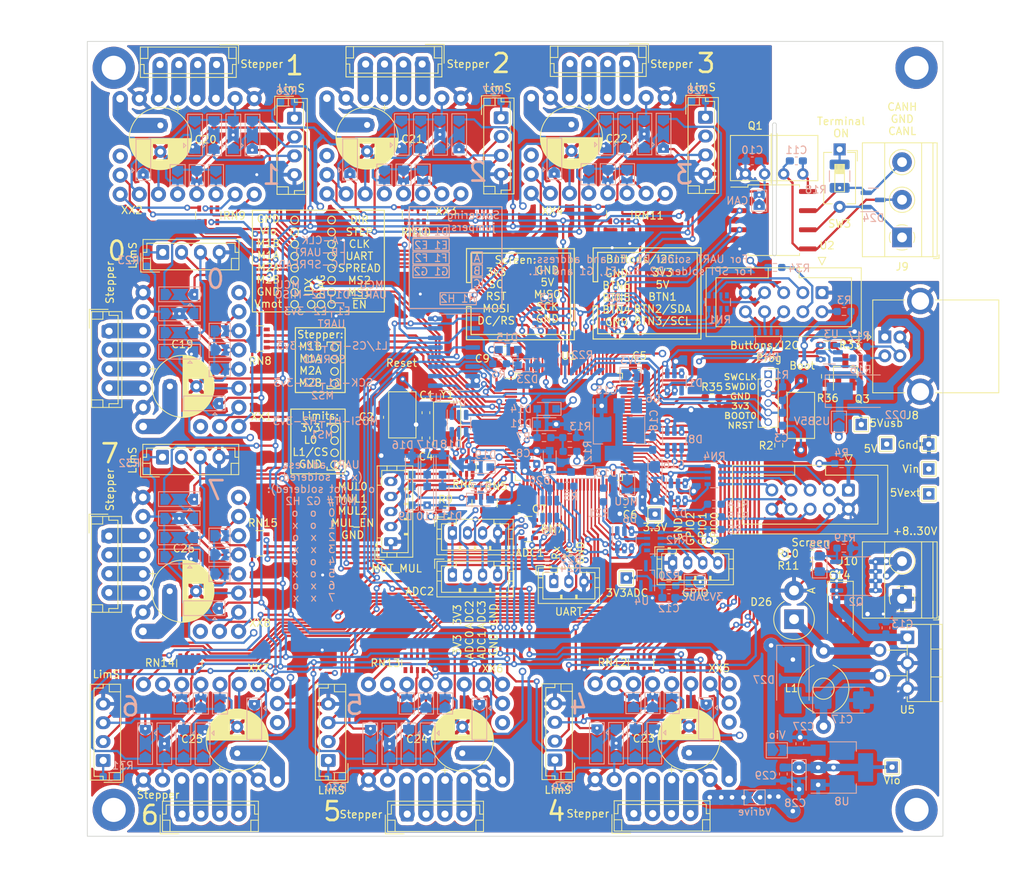
<source format=kicad_pcb>
(kicad_pcb (version 20211014) (generator pcbnew)

  (general
    (thickness 4.69)
  )

  (paper "A4")
  (layers
    (0 "F.Cu" signal)
    (1 "In1.Cu" power "Ground.Cu")
    (2 "In2.Cu" power "Power.Cu")
    (31 "B.Cu" signal)
    (32 "B.Adhes" user "B.Adhesive")
    (33 "F.Adhes" user "F.Adhesive")
    (34 "B.Paste" user)
    (35 "F.Paste" user)
    (36 "B.SilkS" user "B.Silkscreen")
    (37 "F.SilkS" user "F.Silkscreen")
    (38 "B.Mask" user)
    (39 "F.Mask" user)
    (40 "Dwgs.User" user "User.Drawings")
    (41 "Cmts.User" user "User.Comments")
    (42 "Eco1.User" user "User.Eco1")
    (43 "Eco2.User" user "User.Eco2")
    (44 "Edge.Cuts" user)
    (45 "Margin" user)
    (46 "B.CrtYd" user "B.Courtyard")
    (47 "F.CrtYd" user "F.Courtyard")
    (48 "B.Fab" user)
    (49 "F.Fab" user)
    (50 "User.1" user)
    (51 "User.2" user)
    (52 "User.3" user)
    (53 "User.4" user)
    (54 "User.5" user)
    (55 "User.6" user)
    (56 "User.7" user)
    (57 "User.8" user)
    (58 "User.9" user)
  )

  (setup
    (stackup
      (layer "F.SilkS" (type "Top Silk Screen"))
      (layer "F.Paste" (type "Top Solder Paste"))
      (layer "F.Mask" (type "Top Solder Mask") (thickness 0.01))
      (layer "F.Cu" (type "copper") (thickness 0.035))
      (layer "dielectric 1" (type "core") (thickness 1.51) (material "FR4") (epsilon_r 4.5) (loss_tangent 0.02))
      (layer "In1.Cu" (type "copper") (thickness 0.035))
      (layer "dielectric 2" (type "prepreg") (thickness 1.51) (material "FR4") (epsilon_r 4.5) (loss_tangent 0.02))
      (layer "In2.Cu" (type "copper") (thickness 0.035))
      (layer "dielectric 3" (type "core") (thickness 1.51) (material "FR4") (epsilon_r 4.5) (loss_tangent 0.02))
      (layer "B.Cu" (type "copper") (thickness 0.035))
      (layer "B.Mask" (type "Bottom Solder Mask") (thickness 0.01))
      (layer "B.Paste" (type "Bottom Solder Paste"))
      (layer "B.SilkS" (type "Bottom Silk Screen"))
      (copper_finish "None")
      (dielectric_constraints no)
    )
    (pad_to_mask_clearance 0)
    (pcbplotparams
      (layerselection 0x00010fc_ffffffff)
      (disableapertmacros false)
      (usegerberextensions false)
      (usegerberattributes true)
      (usegerberadvancedattributes true)
      (creategerberjobfile true)
      (svguseinch false)
      (svgprecision 6)
      (excludeedgelayer true)
      (plotframeref false)
      (viasonmask false)
      (mode 1)
      (useauxorigin false)
      (hpglpennumber 1)
      (hpglpenspeed 20)
      (hpglpendiameter 15.000000)
      (dxfpolygonmode true)
      (dxfimperialunits true)
      (dxfusepcbnewfont true)
      (psnegative false)
      (psa4output false)
      (plotreference true)
      (plotvalue true)
      (plotinvisibletext false)
      (sketchpadsonfab false)
      (subtractmaskfromsilk false)
      (outputformat 1)
      (mirror false)
      (drillshape 0)
      (scaleselection 1)
      (outputdirectory "gerbers/")
    )
  )

  (net 0 "")
  (net 1 "/MCU base/OSC_IN")
  (net 2 "GND")
  (net 3 "/MCU base/NRST")
  (net 4 "/MCU base/BOOT0")
  (net 5 "+3V3")
  (net 6 "/MCU base/OSC_OUT")
  (net 7 "unconnected-(D1-Pad4)")
  (net 8 "/MCU base/BTN1")
  (net 9 "/MCU base/BTN2_SDA")
  (net 10 "/MCU base/SWDIO")
  (net 11 "/MCU base/BTN3_SCL")
  (net 12 "/MCU base/SWCLK")
  (net 13 "M4_L0")
  (net 14 "M4_L1")
  (net 15 "/MCU base/BTN4")
  (net 16 "/MCU base/BTN5")
  (net 17 "/MCU base/BTN6")
  (net 18 "M3_L1")
  (net 19 "M3_L0")
  (net 20 "M2_L1")
  (net 21 "M2_L0")
  (net 22 "M1_L0")
  (net 23 "M1_L1")
  (net 24 "/MCU base/SCRN_DCRS")
  (net 25 "/MCU base/SCRN_SCK")
  (net 26 "/MCU base/SCRN_MISO")
  (net 27 "/MCU base/SCRN_MOSI")
  (net 28 "/MCU base/SCRN_RST")
  (net 29 "/MCU base/SCRN_CS")
  (net 30 "M6_L1")
  (net 31 "M6_L0")
  (net 32 "M5_L1")
  (net 33 "M5_L0")
  (net 34 "/MCU base/A0")
  (net 35 "/MCU base/A1")
  (net 36 "/MCU base/A2")
  (net 37 "/MCU base/A3")
  (net 38 "/MCU base/A4")
  (net 39 "/MCU base/A5")
  (net 40 "Net-(J1-Pad4)")
  (net 41 "Net-(J2-Pad2)")
  (net 42 "Net-(J2-Pad3)")
  (net 43 "Net-(J2-Pad5)")
  (net 44 "Net-(J2-Pad6)")
  (net 45 "Net-(J2-Pad7)")
  (net 46 "Net-(J2-Pad8)")
  (net 47 "ADC2")
  (net 48 "ADC3")
  (net 49 "ADC4")
  (net 50 "ADC5")
  (net 51 "+5V")
  (net 52 "ADC0")
  (net 53 "Vdrive")
  (net 54 "ADC1")
  (net 55 "unconnected-(RN1-Pad4)")
  (net 56 "unconnected-(RN1-Pad5)")
  (net 57 "MUL0")
  (net 58 "MUL1")
  (net 59 "MUL2")
  (net 60 "MUL_EN")
  (net 61 "M1_EN")
  (net 62 "M1_DIR")
  (net 63 "M1_STEP")
  (net 64 "+3.3VADC")
  (net 65 "TMC_SCK")
  (net 66 "TMC_MISO")
  (net 67 "TMC_MOSI")
  (net 68 "USART3_TX")
  (net 69 "M6_STEP")
  (net 70 "M6_DIR")
  (net 71 "M6_EN")
  (net 72 "M5_STEP")
  (net 73 "M5_DIR")
  (net 74 "M5_EN")
  (net 75 "USB_DM")
  (net 76 "USB_DP")
  (net 77 "M4_STEP")
  (net 78 "M4_EN")
  (net 79 "M4_DIR")
  (net 80 "CAN_RX")
  (net 81 "CAN_TX")
  (net 82 "USART2_TX")
  (net 83 "M3_DIR")
  (net 84 "M3_STEP")
  (net 85 "M3_EN")
  (net 86 "M2_STEP")
  (net 87 "M2_DIR")
  (net 88 "M2_EN")
  (net 89 "Net-(J2-Pad10)")
  (net 90 "Net-(C10-Pad1)")
  (net 91 "/MCU base/MOT_MUL0")
  (net 92 "/MCU base/MOT_MUL1")
  (net 93 "/MCU base/MOT_MUL2")
  (net 94 "/MCU base/MOT_MUL_EN")
  (net 95 "Net-(J6-Pad2)")
  (net 96 "Net-(J6-Pad3)")
  (net 97 "Net-(J6-Pad4)")
  (net 98 "Net-(J6-Pad5)")
  (net 99 "Net-(C11-Pad1)")
  (net 100 "Earth")
  (net 101 "Net-(C15-Pad1)")
  (net 102 "Net-(C17-Pad1)")
  (net 103 "Net-(D22-Pad1)")
  (net 104 "/VB")
  (net 105 "Net-(J3-Pad8)")
  (net 106 "/MCU base/OUT1")
  (net 107 "/MCU base/OUT0")
  (net 108 "/MCU base/OUT2")
  (net 109 "Net-(J7-Pad2)")
  (net 110 "Net-(J7-Pad3)")
  (net 111 "unconnected-(RN2-Pad4)")
  (net 112 "unconnected-(RN2-Pad5)")
  (net 113 "Net-(J7-Pad4)")
  (net 114 "/CANL")
  (net 115 "/CANH")
  (net 116 "Net-(D25-Pad2)")
  (net 117 "Net-(D26-Pad1)")
  (net 118 "Net-(J3-Pad1)")
  (net 119 "Net-(J3-Pad3)")
  (net 120 "Net-(J3-Pad4)")
  (net 121 "Net-(J3-Pad5)")
  (net 122 "Net-(J3-Pad6)")
  (net 123 "Net-(J3-Pad7)")
  (net 124 "Net-(J3-Pad9)")
  (net 125 "Net-(J4-Pad1)")
  (net 126 "Net-(J8-Pad2)")
  (net 127 "Net-(J8-Pad3)")
  (net 128 "Net-(J10-Pad2)")
  (net 129 "Net-(JP4-Pad2)")
  (net 130 "/Motors/Vm")
  (net 131 "/Motors/USART0-3")
  (net 132 "/Motors/MOSI")
  (net 133 "Net-(JP8-Pad1)")
  (net 134 "/Motors/SCK")
  (net 135 "Net-(JP13-Pad1)")
  (net 136 "/Motors/MISO")
  (net 137 "unconnected-(RN8-Pad8)")
  (net 138 "unconnected-(RN8-Pad1)")
  (net 139 "Net-(R16-Pad2)")
  (net 140 "Net-(R17-Pad2)")
  (net 141 "Net-(R18-Pad1)")
  (net 142 "/Motors/USART4-7")
  (net 143 "/Motors/DIAG4")
  (net 144 "/Motors/DIAG6")
  (net 145 "/Motors/DIAG7")
  (net 146 "/Motors/DIAG5")
  (net 147 "/Motors/DIAG3")
  (net 148 "/Motors/DIAG0")
  (net 149 "/Motors/DIAG1")
  (net 150 "/Motors/DIAG2")
  (net 151 "unconnected-(XX1-Pad18)")
  (net 152 "/Motors/stepper_M1/U")
  (net 153 "Net-(J11-Pad1)")
  (net 154 "/Motors/stepper_M1/~{ENx}")
  (net 155 "/Motors/stepper_M1/STEPx")
  (net 156 "/Motors/stepper_M1/DIRx")
  (net 157 "/MCU base/USART1_RX")
  (net 158 "/Motors/stepper_M1/MS1")
  (net 159 "/Motors/stepper_M1/MS2")
  (net 160 "/Motors/stepper_M1/SPR")
  (net 161 "/Motors/stepper_M1/CLK")
  (net 162 "/MCU base/USART1_TX")
  (net 163 "Net-(J13-Pad2)")
  (net 164 "Net-(J13-Pad1)")
  (net 165 "M0_L1")
  (net 166 "M0_L0")
  (net 167 "Net-(J12-Pad4)")
  (net 168 "Net-(J12-Pad3)")
  (net 169 "Net-(J12-Pad2)")
  (net 170 "Net-(J12-Pad1)")
  (net 171 "M0_STEP")
  (net 172 "M0_DIR")
  (net 173 "M0_EN")
  (net 174 "M7_L0")
  (net 175 "M7_L1")
  (net 176 "M7_DIR")
  (net 177 "M7_EN")
  (net 178 "M7_STEP")
  (net 179 "MCU3v3")
  (net 180 "unconnected-(RN7-Pad5)")
  (net 181 "unconnected-(RN7-Pad4)")
  (net 182 "Net-(J14-Pad1)")
  (net 183 "Net-(J15-Pad1)")
  (net 184 "Net-(J15-Pad2)")
  (net 185 "Net-(J15-Pad3)")
  (net 186 "Net-(J15-Pad4)")
  (net 187 "Net-(JP16-Pad1)")
  (net 188 "/Motors/stepper_M2/U")
  (net 189 "/Motors/stepper_M2/MS1")
  (net 190 "/Motors/stepper_M2/MS2")
  (net 191 "/Motors/stepper_M2/SPR")
  (net 192 "Net-(JP21-Pad1)")
  (net 193 "/Motors/stepper_M2/CLK")
  (net 194 "/Motors/stepper_M2/DIRx")
  (net 195 "/Motors/stepper_M2/STEPx")
  (net 196 "/Motors/stepper_M2/~{ENx}")
  (net 197 "unconnected-(RN9-Pad1)")
  (net 198 "unconnected-(RN9-Pad8)")
  (net 199 "unconnected-(XX2-Pad18)")
  (net 200 "Net-(J16-Pad1)")
  (net 201 "Net-(J17-Pad1)")
  (net 202 "Net-(J17-Pad2)")
  (net 203 "Net-(J17-Pad3)")
  (net 204 "Net-(J17-Pad4)")
  (net 205 "Net-(JP24-Pad1)")
  (net 206 "/Motors/stepper_M3/U")
  (net 207 "/Motors/stepper_M3/MS1")
  (net 208 "/Motors/stepper_M3/MS2")
  (net 209 "/Motors/stepper_M3/SPR")
  (net 210 "Net-(JP29-Pad1)")
  (net 211 "/Motors/stepper_M3/CLK")
  (net 212 "unconnected-(RN10-Pad1)")
  (net 213 "/Motors/stepper_M3/DIRx")
  (net 214 "/Motors/stepper_M3/STEPx")
  (net 215 "/Motors/stepper_M3/~{ENx}")
  (net 216 "unconnected-(RN10-Pad8)")
  (net 217 "unconnected-(XX3-Pad18)")
  (net 218 "Net-(J18-Pad1)")
  (net 219 "Net-(J19-Pad1)")
  (net 220 "Net-(J19-Pad2)")
  (net 221 "Net-(J19-Pad3)")
  (net 222 "Net-(J19-Pad4)")
  (net 223 "Net-(JP32-Pad1)")
  (net 224 "/Motors/stepper_M4/U")
  (net 225 "/Motors/stepper_M4/MS1")
  (net 226 "/Motors/stepper_M4/MS2")
  (net 227 "/Motors/stepper_M4/SPR")
  (net 228 "Net-(JP37-Pad1)")
  (net 229 "/Motors/stepper_M4/CLK")
  (net 230 "unconnected-(RN11-Pad1)")
  (net 231 "/Motors/stepper_M4/DIRx")
  (net 232 "/Motors/stepper_M4/STEPx")
  (net 233 "/Motors/stepper_M4/~{ENx}")
  (net 234 "unconnected-(RN11-Pad8)")
  (net 235 "unconnected-(XX4-Pad18)")
  (net 236 "Net-(J20-Pad1)")
  (net 237 "Net-(J21-Pad1)")
  (net 238 "Net-(J21-Pad2)")
  (net 239 "Net-(J21-Pad3)")
  (net 240 "Net-(J21-Pad4)")
  (net 241 "Net-(JP40-Pad1)")
  (net 242 "/Motors/stepper_M5/U")
  (net 243 "/Motors/stepper_M5/MS1")
  (net 244 "/Motors/stepper_M5/MS2")
  (net 245 "/Motors/stepper_M5/SPR")
  (net 246 "Net-(JP45-Pad1)")
  (net 247 "/Motors/stepper_M5/CLK")
  (net 248 "unconnected-(RN12-Pad1)")
  (net 249 "/Motors/stepper_M5/DIRx")
  (net 250 "/Motors/stepper_M5/STEPx")
  (net 251 "/Motors/stepper_M5/~{ENx}")
  (net 252 "unconnected-(RN12-Pad8)")
  (net 253 "unconnected-(XX5-Pad18)")
  (net 254 "Net-(J22-Pad1)")
  (net 255 "Net-(J23-Pad1)")
  (net 256 "Net-(J23-Pad2)")
  (net 257 "Net-(J23-Pad3)")
  (net 258 "Net-(J23-Pad4)")
  (net 259 "Net-(JP48-Pad1)")
  (net 260 "/Motors/stepper_M6/U")
  (net 261 "/Motors/stepper_M6/MS1")
  (net 262 "/Motors/stepper_M6/MS2")
  (net 263 "/Motors/stepper_M6/SPR")
  (net 264 "Net-(JP53-Pad1)")
  (net 265 "/Motors/stepper_M6/CLK")
  (net 266 "unconnected-(RN13-Pad1)")
  (net 267 "/Motors/stepper_M6/DIRx")
  (net 268 "/Motors/stepper_M6/STEPx")
  (net 269 "/Motors/stepper_M6/~{ENx}")
  (net 270 "unconnected-(RN13-Pad8)")
  (net 271 "unconnected-(XX6-Pad18)")
  (net 272 "Net-(J24-Pad1)")
  (net 273 "Net-(J25-Pad1)")
  (net 274 "Net-(J25-Pad2)")
  (net 275 "Net-(J25-Pad3)")
  (net 276 "Net-(J25-Pad4)")
  (net 277 "Net-(JP56-Pad1)")
  (net 278 "/Motors/stepper_M7/U")
  (net 279 "/Motors/stepper_M7/MS1")
  (net 280 "/Motors/stepper_M7/MS2")
  (net 281 "/Motors/stepper_M7/SPR")
  (net 282 "Net-(JP61-Pad1)")
  (net 283 "/Motors/stepper_M7/CLK")
  (net 284 "unconnected-(RN14-Pad1)")
  (net 285 "/Motors/stepper_M7/DIRx")
  (net 286 "/Motors/stepper_M7/STEPx")
  (net 287 "/Motors/stepper_M7/~{ENx}")
  (net 288 "unconnected-(RN14-Pad8)")
  (net 289 "unconnected-(XX7-Pad18)")
  (net 290 "Net-(J26-Pad1)")
  (net 291 "Net-(J27-Pad1)")
  (net 292 "Net-(J27-Pad2)")
  (net 293 "Net-(J27-Pad3)")
  (net 294 "Net-(J27-Pad4)")
  (net 295 "Net-(JP64-Pad1)")
  (net 296 "/Motors/stepper_M8/U")
  (net 297 "/Motors/stepper_M8/MS1")
  (net 298 "/Motors/stepper_M8/MS2")
  (net 299 "/Motors/stepper_M8/SPR")
  (net 300 "Net-(JP69-Pad1)")
  (net 301 "/Motors/stepper_M8/CLK")
  (net 302 "unconnected-(RN15-Pad1)")
  (net 303 "/Motors/stepper_M8/DIRx")
  (net 304 "/Motors/stepper_M8/STEPx")
  (net 305 "/Motors/stepper_M8/~{ENx}")
  (net 306 "unconnected-(RN15-Pad8)")
  (net 307 "unconnected-(XX8-Pad18)")
  (net 308 "/MCU base/Diagn")
  (net 309 "DIAGNOST")
  (net 310 "Net-(C27-Pad1)")
  (net 311 "Vio")
  (net 312 "Net-(Q3-Pad1)")
  (net 313 "Net-(J2-Pad4)")
  (net 314 "Net-(R33-Pad1)")
  (net 315 "/MCU base/DPPU")
  (net 316 "unconnected-(RN3-Pad1)")
  (net 317 "unconnected-(RN3-Pad8)")

  (footprint "Capacitor_SMD:C_0603_1608Metric_Pad1.08x0.95mm_HandSolder" (layer "F.Cu") (at 110.8975 79.502))

  (footprint "Connector_JST:JST_EH_B4B-EH-A_1x04_P2.50mm_Vertical" (layer "F.Cu") (at 99.921075 41.501827 180))

  (footprint "Connector_JST:JST_EH_B4B-EH-A_1x04_P2.50mm_Vertical" (layer "F.Cu") (at 58.374 76.974 -90))

  (footprint "Connector_JST:JST_PH_B5B-PH-K_1x05_P2.00mm_Vertical" (layer "F.Cu") (at 95.758 104.902 90))

  (footprint "Connector_IDC:IDC-Header_2x05_P2.54mm_Vertical" (layer "F.Cu") (at 152.9588 71.8407 -90))

  (footprint "Button_Switch_SMD:SW_SPST_FSMSM" (layer "F.Cu") (at 150.1648 88.138 -90))

  (footprint "Connector_JST:JST_EH_B4B-EH-A_1x04_P2.50mm_Vertical" (layer "F.Cu") (at 87.466 133.934 90))

  (footprint "TestPoint:TestPoint_THTPad_1.5x1.5mm_Drill0.7mm" (layer "F.Cu") (at 161.544 91.948))

  (footprint "MountingHole:MountingHole_3.2mm_M3_DIN965_Pad" (layer "F.Cu") (at 165.5 140.5))

  (footprint "Resistor_SMD:R_0603_1608Metric_Pad0.98x0.95mm_HandSolder" (layer "F.Cu") (at 153.416 82.9564 -90))

  (footprint "Button_Switch_THT:SW_DIP_SPSTx01_Slide_6.7x4.1mm_W7.62mm_P2.54mm_LowProfile" (layer "F.Cu") (at 155.2956 52.832 -90))

  (footprint "Capacitor_THT:CP_Radial_D8.0mm_P3.50mm" (layer "F.Cu") (at 105.246 132.978 90))

  (footprint "Connector_JST:JST_PH_B4B-PH-K_1x04_P2.00mm_Vertical" (layer "F.Cu") (at 103.934 103.7336))

  (footprint "Connector_JST:JST_EH_B4B-EH-A_1x04_P2.50mm_Vertical" (layer "F.Cu") (at 65.5 66.5))

  (footprint "stepper:stepper_module" (layer "F.Cu") (at 131.75 130.124 -90))

  (footprint "Resistor_SMD:R_Array_Convex_4x0603" (layer "F.Cu") (at 126.07045 61.46 -90))

  (footprint "Connector_JST:JST_PH_B3B-PH-K_1x03_P2.00mm_Vertical" (layer "F.Cu") (at 117.38 110.194))

  (footprint "stepper:stepper_module" (layer "F.Cu") (at 69.222 107.9116 180))

  (footprint "stepper:stepper_module" (layer "F.Cu") (at 96.171075 52.377827 90))

  (footprint "Resistor_SMD:R_Array_Convex_4x0603" (layer "F.Cu") (at 113.9952 103.2256))

  (footprint "TerminalBlock_Phoenix:TerminalBlock_Phoenix_MKDS-1,5-2_1x02_P5.00mm_Horizontal" (layer "F.Cu") (at 163.576 112.482 90))

  (footprint "Resistor_SMD:R_0603_1608Metric_Pad0.98x0.95mm_HandSolder" (layer "F.Cu") (at 153.6173 78.8416 180))

  (footprint "Connector_IDC:IDC-Header_2x05_P2.54mm_Vertical" (layer "F.Cu") (at 156.464 98.044 -90))

  (footprint "Package_TO_SOT_SMD:SOT-23_Handsoldering" (layer "F.Cu") (at 156.0576 82.3976 90))

  (footprint "TestPoint:TestPoint_THTPad_1.5x1.5mm_Drill0.7mm" (layer "F.Cu") (at 167.132 91.948))

  (footprint "Connector_PinSocket_1.27mm:PinSocket_1x06_P1.27mm_Vertical" (layer "F.Cu") (at 145.821 82.677))

  (footprint "Connector_JST:JST_EH_B4B-EH-A_1x04_P2.50mm_Vertical" (layer "F.Cu") (at 57.604925 133.934 90))

  (footprint "Package_QFP:LQFP-100_14x14mm_P0.5mm" (layer "F.Cu") (at 119.38 89.662))

  (footprint "MountingHole:MountingHole_3.2mm_M3_DIN965_Pad" (layer "F.Cu") (at 59 42))

  (footprint "Capacitor_THT:CP_Radial_D8.0mm_P3.50mm" (layer "F.Cu")
    (tedit 5AE50EF0) (tstamp 54feca81-afb3-4fb5-84f6-1707a4e4bb1b)
    (at 135.306 132.918 90)
    (descr "CP, Radial series, Radial, pin pitch=3.50mm, , diameter=8mm, Electrolytic Capacitor")
    (tags "CP Radial series Radial pin pitch 3.50mm  diameter 8mm Electrolytic Capacitor")
    (property "Sheetfile" "stepper_M.kicad_sch")
    (property "Sheetname" "stepper_M5")
    (path "/cf2c4fa9-a57e-4812-ae0c-3db57f6071a5/f8c6e88c-0183-4d2e-a3ca-39251d1701fb/028c2f35-a9b0-4aaf-988c-ea6dbc478016")
    (attr through_hole)
    (fp_text reference "C23" (at 1.8796 -5.9944) (layer "F.SilkS")
      (effects (font (size 1 1) (thickness 0.15)))
      (tstamp 7b4a4239-8607-4022-a212-bb8c6f16fa63)
    )
    (fp_text value "100u 35V" (at 1.75 5.25 90) (layer "F.Fab")
      (effects (font (size 1 1) (thickness 0.15)))
      (tstamp 96bf238f-4f4f-4f68-869e-10ec7b2d590d)
    )
    (fp_text user "${REFERENCE}" (at 1.75 0 90) (layer "F.Fab")
      (effects (font (size 1 1) (thickness 0.15)))
      (tstamp 428b2f70-031d-4d8d-bc9a-f057fe618982)
    )
    (fp_line (start 4.591 -2.945) (end 4.591 2.945) (layer "F.SilkS") (width 0.12) (tstamp 0341b80b-a284-4b79-b869-1fbf37caf697))
    (fp_line (start 2.35 -4.037) (end 2.35 4.037) (layer "F.SilkS") (width 0.12) (tstamp 06b8dc57-b8af-459b-9742-9a75215ed786))
    (fp_line (start 3.311 1.04) (end 3.311 3.774) (layer "F.SilkS") (width 0.12) (tstamp 08853ffb-610d-4058-a7ed-810ede818c32))
    (fp_line (start 3.711 -3.584) (end 3.711 -1.04) (layer "F.SilkS") (width 0.12) (tstamp 0a250321-2a40-4ea7-803e-597c67b3a908))
    (fp_line (start 3.551 -3.666) (end 3.551 -1.04) (layer "F.SilkS") (width 0.12) (tstamp 0ad097ec-cb29-4fde-8e11-c565a582b3c9))
    (fp_line (start 4.031 -3.392) (end 4.031 -1.04) (layer "F.SilkS") (width 0.12) (tstamp 0ad5b517-6afc-415d-b906-428f1cf86026))
    (fp_line (start 4.951 -2.556) (end 4.951 2.556) (layer "F.SilkS") (width 0.12) (tstamp 0ae4c03c-d0d2-4d8f-9744-4df60c31fef5))
    (fp_line (start 4.911 -2.604) (end 4.911 2.604) (layer "F.SilkS") (width 0.12) (tstamp 0b0a1389-e9cc-4e13-858b-51c0e62f42e3))
    (fp_line (start 4.791 -2.741) (end 4.791 2.741) (layer "F.SilkS") (width 0.12) (tstamp 0c57afef-3ce8-418e-aac3-e825b76ffc1e))
    (fp_line (start 1.87 -4.079) (end 1.87 4.079) (layer "F.SilkS") (width 0.12) (tstamp 0cac4be0-30c2-47e4-b192-807c51d1cf49))
    (fp_line (start 2.951 -3.902) (end 2.951 -1.04) (layer "F.SilkS") (width 0.12) (tstamp 0dd74dfa-4fd9-4993-830c-59480cf6a753))
    (fp_line (start 3.911 -3.469) (end 3.911 -1.04) (layer "F.SilkS") (width 0.12) (tstamp 0ef6e8d3-9ed9-4b56-b264-998a28590b6f))
    (fp_line (start 2.631 1.04) (end 2.631 3.985) (layer "F.SilkS") (width 0.12) (tstamp 10999b64-b707-46b7-9b41-763568379b06))
    (fp_line (start 5.591 -1.453) (end 5.591 1.453) (layer "F.SilkS") (width 0.12) (tstamp 10b2a98d-30b4-429d-b80f-2c285c482bdd))
    (fp_line (start 2.671 -3.976) (end 2.671 -1.04) (layer "F.SilkS") (width 0.12) (tstamp 1305c615-7d4c-4f44-a133-84ebc1df12c2))
    (fp_line (start 3.271 1.04) (end 3.271 3.79) (layer "F.SilkS") (width 0.12) (tstamp 1413e654-9277-4964-8e83-d941607f55bf))
    (fp_line (start 5.551 -1.552) (end 5.551 1.552) (layer "F.SilkS") (width 0.12) (tstamp 197ada20-f457-44c8-a3c4-81e3e5875f93))
    (fp_line (start 3.431 -3.722) (end 3.431 -1.04) (layer "F.SilkS") (width 0.12) (tstamp 1df3702f-c8b6-43ba-9681-65236dc4109e))
    (fp_line (start 3.911 1.04) (end 3.911 3.469) (layer "F.SilkS") (width 0.12) (tstamp 1e2916ff-56ed-43e4-9e7e-718f720daa60))
    (fp_line (start 1.95 -4.076) (end 1.95 4.076) (layer "F.SilkS") (width 0.12) (tstamp 1e41e304-f6ba-4945-9082-66ba30de890f))
    (fp_line (start 4.231 -3.25) (end 4.231 -1.04) (layer "F.SilkS") (width 0.12) (tstamp 1f8c071c-97f9-45fe-aedc-df2c79346e19))
    (fp_line (start 1.99 -4.074) (end 1.99 4.074) (layer "F.SilkS") (width 0.12) (tstamp 203e5bfd-c3cd-407c-b2f9-f253788edebf))
    (fp_line (start 5.111 -2.345) (end 5.111 2.345) (layer "F.SilkS") (width 0.12) (tstamp 225c4338-3bdd-4019-8af7-67593b4f3cab))
    (fp_line (start 4.311 1.04) (end 4.311 3.189) (layer "F.SilkS") (width 0.12) (tstamp 241021d2-ff57-4cdc-8e8b-e5be3e9a8d1b))
    (fp_line (start 2.711 1.04) (end 2.711 3.967) (layer "F.SilkS") (width 0.12) (tstamp 264c10a4-a6c0-4174-b449-6ad9b4bd822d))
    (fp_line (start 4.151 1.04) (end 4.151 3.309) (layer "F.SilkS") (width 0.12) (tstamp 266f29d4-ee14-4f6d-b981-a3c14fc8d08d))
    (fp_line (start 2.23 -4.052) (end 2.23 4.052) (layer "F.SilkS") (width 0.12) (tstamp 27465d4f-5b09-4035-b26f-e4760c54c1c3))
    (fp_line (start 3.511 -3.686) (end 3.511 -1.04) (layer "F.SilkS") (width 0.12) (tstamp 2a3d1b52-a8cc-463e-a567-8b3d4a5c05c3))
    (fp_line (start 3.751 -3.562) (end 3.751 -1.04) (layer "F.SilkS") (width 0.12) (tstamp 2b79d754-b878-4233-8e46-eb70a38e5705))
    (fp_line (start 5.271 -2.102) (end 5.271 2.102) (layer "F.SilkS") (width 0.12) (tstamp 2ca92dc9-28e8-45e7-9f29-e9dc8fcc1509))
    (fp_line (start 2.511 1.04) (end 2.511 4.01) (layer "F.SilkS") (width 0.12) (tstamp 2e1b8a49-dc10-4561-8b08-3650368e47fc))
    (fp_line (start 3.951 1.04) (end 3.951 3.444) (layer "F.SilkS") (width 0.12) (tstamp 2e5a6886-aab0-42bd-b2a1-4ed8b064f6f5))
    (fp_line (start 2.751 1.04) (end 2.751 3.957) (layer "F.SilkS") (width 0.12) (tstamp 316e9e0a-bb75-4956-b428-af79c04f0516))
    (fp_line (start 4.111 1.04) (end 4.111 3.338) (layer "F.SilkS") (width 0.12) (tstamp 35a595ef-d1b3-4672-8f62-32da7c420585))
    (fp_line (start 4.871 -2.651) (end 4.871 2.651) (layer "F.SilkS") (width 0.12) (tstamp 399ec781-6aa1-487c-b215-97bc23893585))
    (fp_line (start 3.551 1.04) (end 3.551 3.666) (layer "F.SilkS") (width 0.12) (tstamp 3ab39475-f3a3-4eda-8850-3486bc3b9d2c))
    (fp_line (start 4.271 1.04) (end 4.271 3.22) (layer "F.SilkS") (width 0.12) (tstamp 3eb8aeed-c0b5-41d2-97ff-55b7250e8d23))
    (fp_line (start 4.231 1.04) (end 4.231 3.25) (layer "F.SilkS") (width 0.12) (tstamp 4027b944-0345-43ca-aaac-a9fdce2fc371))
    (fp_line (start 5.071 -2.4) (end 5.071 2.4) (layer "F.SilkS") (width 0.12) (tstamp 409da033-9f9f-472b-a209-43334eac9340))
    (fp_line (start 2.831 -3.936) (end 2.831 -1.04) (layer "F.SilkS") (width 0.12) (tstamp 433d0b95-19e6-4cdc-88b4-6e285766e3a7))
    (fp_line (start 2.871 1.04) (end 2.871 3.925) (layer "F.SilkS") (width 0.12) (tstamp 45ccb5a
... [8772139 chars truncated]
</source>
